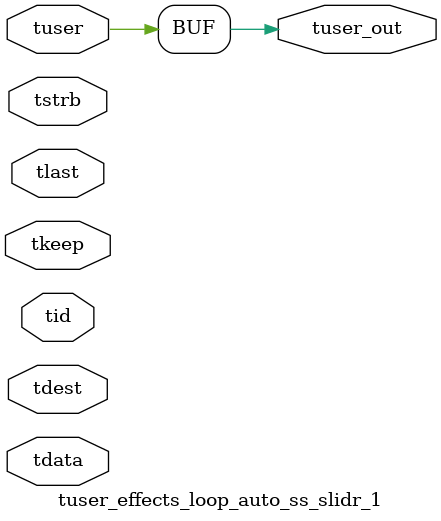
<source format=v>


`timescale 1ps/1ps

module tuser_effects_loop_auto_ss_slidr_1 #
(
parameter C_S_AXIS_TUSER_WIDTH = 1,
parameter C_S_AXIS_TDATA_WIDTH = 32,
parameter C_S_AXIS_TID_WIDTH   = 0,
parameter C_S_AXIS_TDEST_WIDTH = 0,
parameter C_M_AXIS_TUSER_WIDTH = 1
)
(
input  [(C_S_AXIS_TUSER_WIDTH == 0 ? 1 : C_S_AXIS_TUSER_WIDTH)-1:0     ] tuser,
input  [(C_S_AXIS_TDATA_WIDTH == 0 ? 1 : C_S_AXIS_TDATA_WIDTH)-1:0     ] tdata,
input  [(C_S_AXIS_TID_WIDTH   == 0 ? 1 : C_S_AXIS_TID_WIDTH)-1:0       ] tid,
input  [(C_S_AXIS_TDEST_WIDTH == 0 ? 1 : C_S_AXIS_TDEST_WIDTH)-1:0     ] tdest,
input  [(C_S_AXIS_TDATA_WIDTH/8)-1:0 ] tkeep,
input  [(C_S_AXIS_TDATA_WIDTH/8)-1:0 ] tstrb,
input                                                                    tlast,
output [C_M_AXIS_TUSER_WIDTH-1:0] tuser_out
);

assign tuser_out = {tuser[15:0]};

endmodule


</source>
